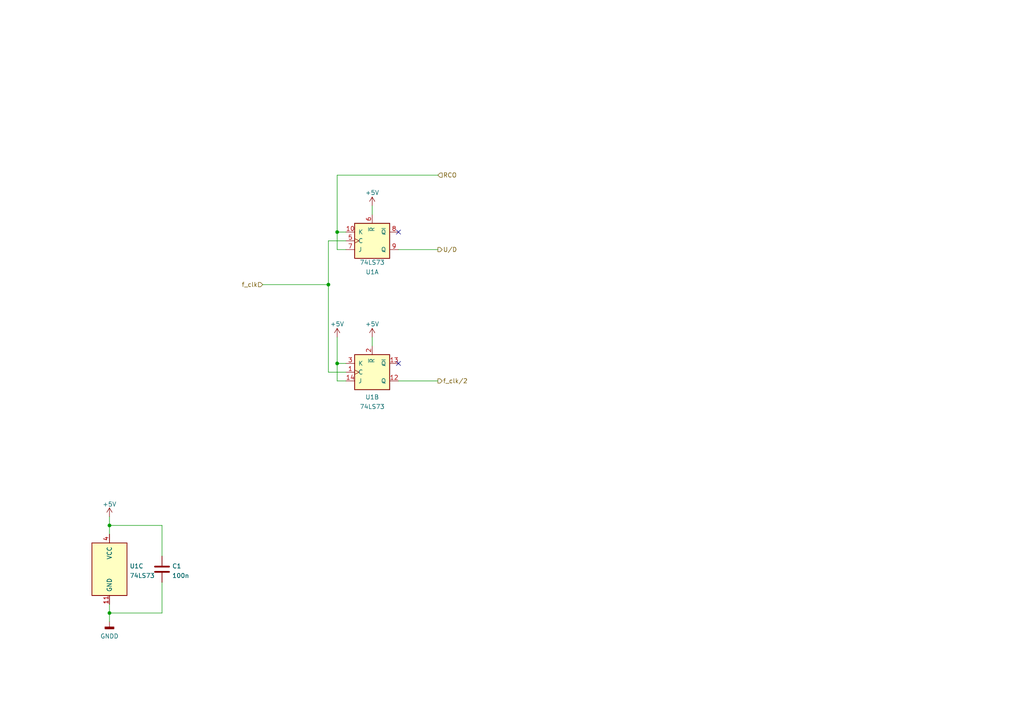
<source format=kicad_sch>
(kicad_sch (version 20211123) (generator eeschema)
  (paper "A4")
  (title_block (title "FGVCO - Core 2") (date "2022-05-31") (company "Gottardo Filippo"))
  (lib_symbols
    (symbol "74xx:74LS73" (pin_names (offset 1.016))
      (property "Reference" "U" (at -7.62 8.89 0))
      (property "Value" "74LS73" (at -7.62 -8.89 0))
      (symbol "74LS73_1_0"
        (pin input line (at -7.62 -2.54 0) (length 2.54) (name "K") (number "10"))
        (pin input clock (at -7.62 0 0) (length 2.54) (name "C") (number "5"))
        (pin input line (at 0 -7.62 90) (length 2.54) (name "~{R}") (number "6"))
        (pin input line (at -7.62 2.54 0) (length 2.54) (name "J") (number "7"))
        (pin output line (at 7.62 -2.54 180) (length 2.54) (name "~{Q}") (number "8"))
        (pin output line (at 7.62 2.54 180) (length 2.54) (name "Q") (number "9"))
      )
      (symbol "74LS73_1_1"
        (rectangle (start -5.08 5.08) (end 5.08 -5.08) (stroke (width 0.254)) (fill (type background)))
      )
      (symbol "74LS73_2_0"
        (pin input clock (at -7.62 0 0) (length 2.54) (name "C") (number "1"))
        (pin output line (at 7.62 2.54 180) (length 2.54) (name "Q") (number "12"))
        (pin output line (at 7.62 -2.54 180) (length 2.54) (name "~{Q}") (number "13"))
        (pin input line (at -7.62 2.54 0) (length 2.54) (name "J") (number "14"))
        (pin input line (at 0 -7.62 90) (length 2.54) (name "~{R}") (number "2"))
        (pin input line (at -7.62 -2.54 0) (length 2.54) (name "K") (number "3"))
      )
      (symbol "74LS73_2_1"
        (rectangle (start -5.08 5.08) (end 5.08 -5.08) (stroke (width 0.254)) (fill (type background)))
      )
      (symbol "74LS73_3_0"
        (pin power_in line (at 0 -10.16 90) (length 2.54) (name "GND") (number "11"))
        (pin power_in line (at 0 10.16 270) (length 2.54) (name "VCC") (number "4"))
      )
      (symbol "74LS73_3_1"
        (rectangle (start -5.08 7.62) (end 5.08 -7.62) (stroke (width 0.254)) (fill (type background)))
      )
    )
    (symbol "Device:C" (pin_numbers hide) (pin_names (offset 0.254))
      (property "Reference" "C" (at 0.635 2.54 0))
      (property "Value" "C" (at 0.635 -2.54 0))
      (symbol "C_0_1"
        (polyline (pts (xy -2.032 -0.762) (xy 2.032 -0.762)) (stroke (width 0.508)))
        (polyline (pts (xy -2.032 0.762) (xy 2.032 0.762)) (stroke (width 0.508)))
      )
      (symbol "C_1_1"
        (pin passive line (at 0 3.81 270) (length 2.794) (name "~") (number "1"))
        (pin passive line (at 0 -3.81 90) (length 2.794) (name "~") (number "2"))
      )
    )
    (symbol "power:+5V" (power) (pin_names (offset 0))
      (property "Value" "+5V" (at 0 3.556 0))
      (symbol "+5V_0_1"
        (polyline (pts (xy -0.762 1.27) (xy 0 2.54)))
        (polyline (pts (xy 0 0) (xy 0 2.54)))
        (polyline (pts (xy 0 2.54) (xy 0.762 1.27)))
      )
      (symbol "+5V_1_1"
        (pin power_in line (at 0 0 90) (length 0) hide (name "+5V") (number "1"))
      )
    )
    (symbol "power:GNDD" (power) (pin_names (offset 0))
      (property "Value" "GNDD" (at 0 -3.175 0))
      (symbol "GNDD_0_1"
        (rectangle (start -1.27 -1.524) (end 1.27 -2.032) (stroke (width 0.254)) (fill (type outline)))
        (polyline (pts (xy 0 0) (xy 0 -1.524)))
      )
      (symbol "GNDD_1_1"
        (pin power_in line (at 0 0 270) (length 0) hide (name "GNDD") (number "1"))
      )
    )
  )
  (junction (at 95.25 82.55))
  (junction (at 97.79 67.31))
  (junction (at 31.75 177.8))
  (junction (at 31.75 152.4))
  (junction (at 97.79 105.41))
  (no_connect (at 115.57 105.41))
  (no_connect (at 115.57 67.31))
  (wire (pts (xy 31.75 177.8) (xy 46.99 177.8)))
  (wire (pts (xy 97.79 105.41) (xy 100.33 105.41)))
  (wire (pts (xy 107.95 97.79) (xy 107.95 100.33)))
  (wire (pts (xy 95.25 107.95) (xy 100.33 107.95)))
  (wire (pts (xy 31.75 177.8) (xy 31.75 180.34)))
  (wire (pts (xy 107.95 59.69) (xy 107.95 62.23)))
  (wire (pts (xy 95.25 69.85) (xy 95.25 82.55)))
  (wire (pts (xy 76.2 82.55) (xy 95.25 82.55)))
  (wire (pts (xy 95.25 69.85) (xy 100.33 69.85)))
  (wire (pts (xy 31.75 152.4) (xy 31.75 154.94)))
  (wire (pts (xy 115.57 110.49) (xy 127 110.49)))
  (wire (pts (xy 95.25 82.55) (xy 95.25 107.95)))
  (wire (pts (xy 31.75 149.86) (xy 31.75 152.4)))
  (wire (pts (xy 46.99 161.29) (xy 46.99 152.4)))
  (wire (pts (xy 115.57 72.39) (xy 127 72.39)))
  (wire (pts (xy 100.33 110.49) (xy 97.79 110.49)))
  (wire (pts (xy 97.79 50.8) (xy 97.79 67.31)))
  (wire (pts (xy 97.79 110.49) (xy 97.79 105.41)))
  (wire (pts (xy 97.79 72.39) (xy 97.79 67.31)))
  (wire (pts (xy 31.75 175.26) (xy 31.75 177.8)))
  (wire (pts (xy 97.79 97.79) (xy 97.79 105.41)))
  (wire (pts (xy 97.79 67.31) (xy 100.33 67.31)))
  (wire (pts (xy 100.33 72.39) (xy 97.79 72.39)))
  (wire (pts (xy 46.99 152.4) (xy 31.75 152.4)))
  (wire (pts (xy 127 50.8) (xy 97.79 50.8)))
  (wire (pts (xy 46.99 168.91) (xy 46.99 177.8)))
  (hierarchical_label "U{slash}D" (shape output) (at 127 72.39 0))
  (hierarchical_label "RCO" (shape input) (at 127 50.8 0))
  (hierarchical_label "f_clk{slash}2" (shape output) (at 127 110.49 0))
  (hierarchical_label "f_clk" (shape input) (at 76.2 82.55 180))
  (symbol (lib_id "74xx:74LS73") (at 31.75 165.1 0) (unit 3)
    (property "Reference" "U1" (at 37.592 164.1915 0) (effects (justify left)))
    (property "Value" "74LS73" (at 37.592 166.9666 0) (effects (justify left)))
    (property "Footprint" "Custom Footprints:DIP-14_central_caps" (effects hide))
    (property "Datasheet" "http://www.ti.com/lit/gpn/sn74LS73" (effects hide))
  )
  (symbol (lib_id "power:+5V") (at 107.95 59.69 0) (unit 1)
    (property "Reference" "#PWR0106" (effects hide))
    (property "Value" "+5V" (at 107.95 55.88 0))
  )
  (symbol (lib_id "power:+5V") (at 31.75 149.86 0) (unit 1)
    (property "Reference" "#PWR0109" (effects hide))
    (property "Value" "+5V" (at 31.75 146.2555 0))
  )
  (symbol (lib_id "power:+5V") (at 97.79 97.79 0) (unit 1)
    (property "Reference" "#PWR0110" (effects hide))
    (property "Value" "+5V" (at 97.79 93.98 0))
  )
  (symbol (lib_id "power:+5V") (at 107.95 97.79 0) (unit 1)
    (property "Reference" "#PWR0107" (effects hide))
    (property "Value" "+5V" (at 107.95 93.98 0))
  )
  (symbol (lib_id "74xx:74LS73") (at 107.95 69.85 0) (mirror x) (unit 1)
    (property "Reference" "U1" (at 107.95 78.8965 0))
    (property "Value" "74LS73" (at 107.95 76.1214 0))
    (property "Footprint" "Custom Footprints:DIP-14_central_caps" (effects hide))
    (property "Datasheet" "http://www.ti.com/lit/gpn/sn74LS73" (effects hide))
  )
  (symbol (lib_id "74xx:74LS73") (at 107.95 107.95 0) (mirror x) (unit 2)
    (property "Reference" "U1" (at 107.95 115.1795 0))
    (property "Value" "74LS73" (at 107.95 117.9546 0))
    (property "Footprint" "Custom Footprints:DIP-14_central_caps" (effects hide))
    (property "Datasheet" "http://www.ti.com/lit/gpn/sn74LS73" (effects hide))
  )
  (symbol (lib_id "Device:C") (at 46.99 165.1 0) (unit 1)
    (property "Reference" "C1" (at 49.911 164.1915 0) (effects (justify left)))
    (property "Value" "100n" (at 49.911 166.9666 0) (effects (justify left)))
    (property "Footprint" "Custom Footprints:C_Disc_P2.54mm" (effects hide))
  )
  (symbol (lib_id "power:GNDD") (at 31.75 180.34 0) (unit 1)
    (property "Reference" "#PWR0108" (effects hide))
    (property "Value" "GNDD" (at 31.75 184.5215 0))
  )
)
</source>
